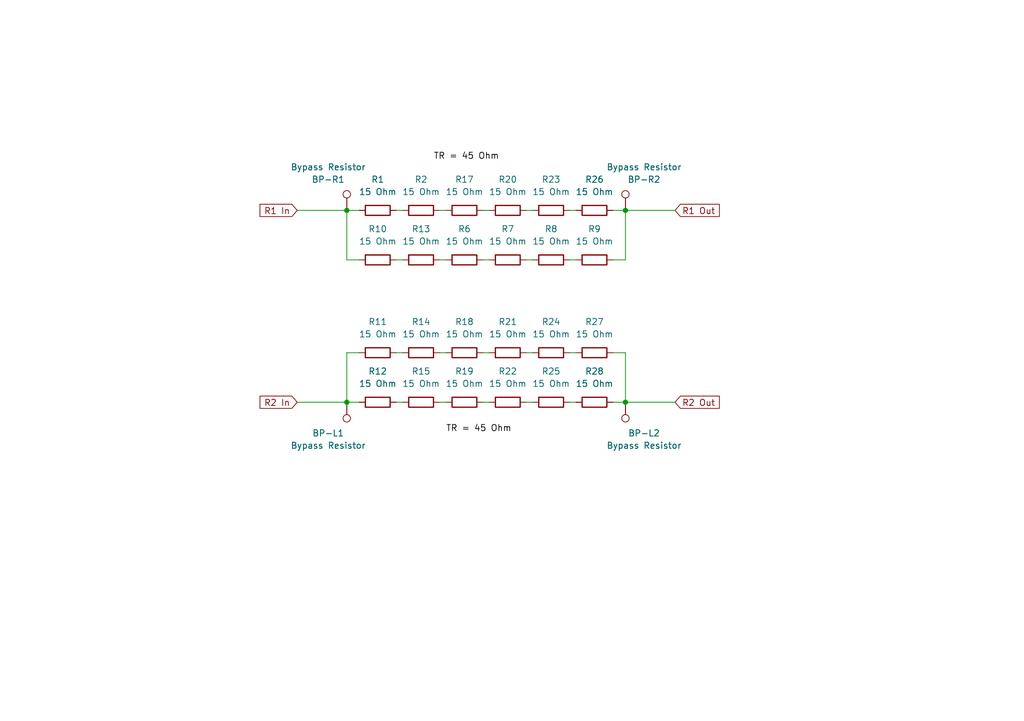
<source format=kicad_sch>
(kicad_sch (version 20211123) (generator eeschema)
  (paper "A5")
  (lib_symbols
    (symbol "Connector:TestPoint" (pin_numbers hide) (pin_names (offset 0.762) hide)
      (property "Reference" "TP" (at 0 6.858 0))
      (property "Value" "TestPoint" (at 0 5.08 0))
      (symbol "TestPoint_0_1"
        (circle (center 0 3.302) (radius 0.762))
      )
      (symbol "TestPoint_1_1"
        (pin passive line (at 0 0 90) (length 2.54) (name "1") (number "1"))
      )
    )
    (symbol "Device:R" (pin_numbers hide) (pin_names (offset 0))
      (property "Reference" "R" (at 2.032 0 90))
      (property "Value" "R" (at 0 0 90))
      (symbol "R_0_1"
        (rectangle (start -1.016 -2.54) (end 1.016 2.54) (stroke (width 0.254)))
      )
      (symbol "R_1_1"
        (pin passive line (at 0 3.81 270) (length 1.27) (name "~") (number "1"))
        (pin passive line (at 0 -3.81 90) (length 1.27) (name "~") (number "2"))
      )
    )
  )
  (junction (at 71.12 82.55))
  (junction (at 128.27 82.55))
  (junction (at 128.27 43.18))
  (junction (at 71.12 43.18))
  (wire (pts (xy 118.11 82.55) (xy 116.84 82.55)))
  (wire (pts (xy 82.55 53.34) (xy 81.28 53.34)))
  (wire (pts (xy 82.55 82.55) (xy 81.28 82.55)))
  (wire (pts (xy 109.22 53.34) (xy 107.95 53.34)))
  (wire (pts (xy 118.11 72.39) (xy 116.84 72.39)))
  (wire (pts (xy 91.44 53.34) (xy 90.17 53.34)))
  (wire (pts (xy 91.44 82.55) (xy 90.17 82.55)))
  (wire (pts (xy 128.27 43.18) (xy 138.43 43.18)))
  (wire (pts (xy 71.12 53.34) (xy 71.12 43.18)))
  (wire (pts (xy 125.73 82.55) (xy 128.27 82.55)))
  (wire (pts (xy 60.96 82.55) (xy 71.12 82.55)))
  (wire (pts (xy 100.33 43.18) (xy 99.06 43.18)))
  (wire (pts (xy 82.55 72.39) (xy 81.28 72.39)))
  (wire (pts (xy 125.73 72.39) (xy 128.27 72.39)))
  (wire (pts (xy 128.27 82.55) (xy 138.43 82.55)))
  (wire (pts (xy 71.12 53.34) (xy 73.66 53.34)))
  (wire (pts (xy 60.96 43.18) (xy 71.12 43.18)))
  (wire (pts (xy 128.27 43.18) (xy 128.27 53.34)))
  (wire (pts (xy 118.11 43.18) (xy 116.84 43.18)))
  (wire (pts (xy 71.12 82.55) (xy 73.66 82.55)))
  (wire (pts (xy 100.33 72.39) (xy 99.06 72.39)))
  (wire (pts (xy 109.22 82.55) (xy 107.95 82.55)))
  (wire (pts (xy 91.44 72.39) (xy 90.17 72.39)))
  (wire (pts (xy 71.12 72.39) (xy 73.66 72.39)))
  (wire (pts (xy 100.33 53.34) (xy 99.06 53.34)))
  (wire (pts (xy 82.55 43.18) (xy 81.28 43.18)))
  (wire (pts (xy 125.73 53.34) (xy 128.27 53.34)))
  (wire (pts (xy 91.44 43.18) (xy 90.17 43.18)))
  (wire (pts (xy 109.22 72.39) (xy 107.95 72.39)))
  (wire (pts (xy 125.73 43.18) (xy 128.27 43.18)))
  (wire (pts (xy 128.27 72.39) (xy 128.27 82.55)))
  (wire (pts (xy 109.22 43.18) (xy 107.95 43.18)))
  (wire (pts (xy 71.12 43.18) (xy 73.66 43.18)))
  (wire (pts (xy 71.12 72.39) (xy 71.12 82.55)))
  (wire (pts (xy 118.11 53.34) (xy 116.84 53.34)))
  (wire (pts (xy 100.33 82.55) (xy 99.06 82.55)))
  (label "TR = 45 Ohm" (at 91.44 88.9 0))
  (label "TR = 45 Ohm" (at 88.9 33.02 0))
  (global_label "R2 Out" (shape input) (at 138.43 82.55 0) (property "Intersheet References" "${INTERSHEET_REFS}" (effects hide)))
  (global_label "R2 In" (shape input) (at 60.96 82.55 180) (property "Intersheet References" "${INTERSHEET_REFS}" (effects hide)))
  (global_label "R1 In" (shape input) (at 60.96 43.18 180) (property "Intersheet References" "${INTERSHEET_REFS}" (effects hide)))
  (global_label "R1 Out" (shape input) (at 138.43 43.18 0) (property "Intersheet References" "${INTERSHEET_REFS}" (effects hide)))
  (symbol (lib_id "Device:R") (at 121.92 53.34 270) (mirror x) (unit 1)
    (property "Reference" "R9" (at 121.92 46.99 90))
    (property "Value" "15 Ohm" (at 121.92 49.53 90))
    (property "Footprint" "Resistor_SMD:R_2512_6332Metric_thermal_pad" (effects hide))
    (property "Datasheet" "https://au.mouser.com/ProductDetail/TE-Connectivity-Holsworthy/CRGP2512F15R?qs=sGAEpiMZZMvdGkrng054t7z4BkURc4LzCB7CIm%252BMB8ucuH%252ByTRA7TA%3D%3D" (effects hide))
    (property "MPN" "CRGP2512F15R" (effects hide))
  )
  (symbol (lib_id "Connector:TestPoint") (at 128.27 82.55 180) (unit 1)
    (property "Reference" "BP-L2" (at 132.08 88.9 0))
    (property "Value" "Bypass Resistor" (at 132.08 91.44 0))
    (property "Footprint" "TestPoint:TestPoint_Keystone_5000-5004_Miniature" (effects hide))
    (property "Datasheet" "https://au.mouser.com/ProductDetail/Keystone-Electronics/5002?qs=q0tsjPZWdm%2FAjghIXdPVXw%3D%3D" (effects hide))
    (property "MPN" "5002" (effects hide))
  )
  (symbol (lib_id "Device:R") (at 113.03 43.18 270) (mirror x) (unit 1)
    (property "Reference" "R23" (at 113.03 36.83 90))
    (property "Value" "15 Ohm" (at 113.03 39.37 90))
    (property "Footprint" "Resistor_SMD:R_2512_6332Metric_thermal_pad" (effects hide))
    (property "Datasheet" "https://au.mouser.com/ProductDetail/TE-Connectivity-Holsworthy/CRGP2512F15R?qs=sGAEpiMZZMvdGkrng054t7z4BkURc4LzCB7CIm%252BMB8ucuH%252ByTRA7TA%3D%3D" (effects hide))
    (property "MPN" "CRGP2512F15R" (effects hide))
  )
  (symbol (lib_id "Device:R") (at 121.92 82.55 270) (unit 1)
    (property "Reference" "R28" (at 121.92 76.2 90))
    (property "Value" "15 Ohm" (at 121.92 78.74 90))
    (property "Footprint" "Resistor_SMD:R_2512_6332Metric_thermal_pad" (effects hide))
    (property "Datasheet" "https://au.mouser.com/ProductDetail/TE-Connectivity-Holsworthy/CRGP2512F15R?qs=sGAEpiMZZMvdGkrng054t7z4BkURc4LzCB7CIm%252BMB8ucuH%252ByTRA7TA%3D%3D" (effects hide))
    (property "MPN" "CRGP2512F15R" (effects hide))
  )
  (symbol (lib_id "Device:R") (at 86.36 82.55 270) (unit 1)
    (property "Reference" "R15" (at 86.36 76.2 90))
    (property "Value" "15 Ohm" (at 86.36 78.74 90))
    (property "Footprint" "Resistor_SMD:R_2512_6332Metric_thermal_pad" (effects hide))
    (property "Datasheet" "https://au.mouser.com/ProductDetail/TE-Connectivity-Holsworthy/CRGP2512F15R?qs=sGAEpiMZZMvdGkrng054t7z4BkURc4LzCB7CIm%252BMB8ucuH%252ByTRA7TA%3D%3D" (effects hide))
    (property "MPN" "CRGP2512F15R" (effects hide))
  )
  (symbol (lib_id "Device:R") (at 95.25 43.18 270) (mirror x) (unit 1)
    (property "Reference" "R17" (at 95.25 36.83 90))
    (property "Value" "15 Ohm" (at 95.25 39.37 90))
    (property "Footprint" "Resistor_SMD:R_2512_6332Metric_thermal_pad" (effects hide))
    (property "Datasheet" "https://au.mouser.com/ProductDetail/TE-Connectivity-Holsworthy/CRGP2512F15R?qs=sGAEpiMZZMvdGkrng054t7z4BkURc4LzCB7CIm%252BMB8ucuH%252ByTRA7TA%3D%3D" (effects hide))
    (property "MPN" "CRGP2512F15R" (effects hide))
  )
  (symbol (lib_id "Device:R") (at 113.03 82.55 270) (unit 1)
    (property "Reference" "R25" (at 113.03 76.2 90))
    (property "Value" "15 Ohm" (at 113.03 78.74 90))
    (property "Footprint" "Resistor_SMD:R_2512_6332Metric_thermal_pad" (effects hide))
    (property "Datasheet" "https://au.mouser.com/ProductDetail/TE-Connectivity-Holsworthy/CRGP2512F15R?qs=sGAEpiMZZMvdGkrng054t7z4BkURc4LzCB7CIm%252BMB8ucuH%252ByTRA7TA%3D%3D" (effects hide))
    (property "MPN" "CRGP2512F15R" (effects hide))
  )
  (symbol (lib_id "Device:R") (at 104.14 53.34 270) (mirror x) (unit 1)
    (property "Reference" "R7" (at 104.14 46.99 90))
    (property "Value" "15 Ohm" (at 104.14 49.53 90))
    (property "Footprint" "Resistor_SMD:R_2512_6332Metric_thermal_pad" (effects hide))
    (property "Datasheet" "https://au.mouser.com/ProductDetail/TE-Connectivity-Holsworthy/CRGP2512F15R?qs=sGAEpiMZZMvdGkrng054t7z4BkURc4LzCB7CIm%252BMB8ucuH%252ByTRA7TA%3D%3D" (effects hide))
    (property "MPN" "CRGP2512F15R" (effects hide))
  )
  (symbol (lib_id "Device:R") (at 113.03 72.39 270) (unit 1)
    (property "Reference" "R24" (at 113.03 66.04 90))
    (property "Value" "15 Ohm" (at 113.03 68.58 90))
    (property "Footprint" "Resistor_SMD:R_2512_6332Metric_thermal_pad" (effects hide))
    (property "Datasheet" "https://au.mouser.com/ProductDetail/TE-Connectivity-Holsworthy/CRGP2512F15R?qs=sGAEpiMZZMvdGkrng054t7z4BkURc4LzCB7CIm%252BMB8ucuH%252ByTRA7TA%3D%3D" (effects hide))
    (property "MPN" "CRGP2512F15R" (effects hide))
  )
  (symbol (lib_id "Device:R") (at 77.47 72.39 270) (unit 1)
    (property "Reference" "R11" (at 77.47 66.04 90))
    (property "Value" "15 Ohm" (at 77.47 68.58 90))
    (property "Footprint" "Resistor_SMD:R_2512_6332Metric_thermal_pad" (effects hide))
    (property "Datasheet" "https://au.mouser.com/ProductDetail/TE-Connectivity-Holsworthy/CRGP2512F15R?qs=sGAEpiMZZMvdGkrng054t7z4BkURc4LzCB7CIm%252BMB8ucuH%252ByTRA7TA%3D%3D" (effects hide))
    (property "MPN" "CRGP2512F15R" (effects hide))
  )
  (symbol (lib_id "Device:R") (at 77.47 82.55 270) (unit 1)
    (property "Reference" "R12" (at 77.47 76.2 90))
    (property "Value" "15 Ohm" (at 77.47 78.74 90))
    (property "Footprint" "Resistor_SMD:R_2512_6332Metric_thermal_pad" (effects hide))
    (property "Datasheet" "https://au.mouser.com/ProductDetail/TE-Connectivity-Holsworthy/CRGP2512F15R?qs=sGAEpiMZZMvdGkrng054t7z4BkURc4LzCB7CIm%252BMB8ucuH%252ByTRA7TA%3D%3D" (effects hide))
    (property "MPN" "CRGP2512F15R" (effects hide))
  )
  (symbol (lib_id "Device:R") (at 104.14 72.39 270) (unit 1)
    (property "Reference" "R21" (at 104.14 66.04 90))
    (property "Value" "15 Ohm" (at 104.14 68.58 90))
    (property "Footprint" "Resistor_SMD:R_2512_6332Metric_thermal_pad" (effects hide))
    (property "Datasheet" "https://au.mouser.com/ProductDetail/TE-Connectivity-Holsworthy/CRGP2512F15R?qs=sGAEpiMZZMvdGkrng054t7z4BkURc4LzCB7CIm%252BMB8ucuH%252ByTRA7TA%3D%3D" (effects hide))
    (property "MPN" "CRGP2512F15R" (effects hide))
  )
  (symbol (lib_id "Connector:TestPoint") (at 128.27 43.18 0) (mirror y) (unit 1)
    (property "Reference" "BP-R2" (at 132.08 36.83 0))
    (property "Value" "Bypass Resistor" (at 132.08 34.29 0))
    (property "Footprint" "TestPoint:TestPoint_Keystone_5000-5004_Miniature" (effects hide))
    (property "Datasheet" "https://au.mouser.com/ProductDetail/Keystone-Electronics/5002?qs=q0tsjPZWdm%2FAjghIXdPVXw%3D%3D" (effects hide))
    (property "MPN" "5002" (effects hide))
  )
  (symbol (lib_id "Device:R") (at 95.25 72.39 270) (unit 1)
    (property "Reference" "R18" (at 95.25 66.04 90))
    (property "Value" "15 Ohm" (at 95.25 68.58 90))
    (property "Footprint" "Resistor_SMD:R_2512_6332Metric_thermal_pad" (effects hide))
    (property "Datasheet" "https://au.mouser.com/ProductDetail/TE-Connectivity-Holsworthy/CRGP2512F15R?qs=sGAEpiMZZMvdGkrng054t7z4BkURc4LzCB7CIm%252BMB8ucuH%252ByTRA7TA%3D%3D" (effects hide))
    (property "MPN" "CRGP2512F15R" (effects hide))
  )
  (symbol (lib_id "Device:R") (at 86.36 53.34 270) (mirror x) (unit 1)
    (property "Reference" "R13" (at 86.36 46.99 90))
    (property "Value" "15 Ohm" (at 86.36 49.53 90))
    (property "Footprint" "Resistor_SMD:R_2512_6332Metric_thermal_pad" (effects hide))
    (property "Datasheet" "https://au.mouser.com/ProductDetail/TE-Connectivity-Holsworthy/CRGP2512F15R?qs=sGAEpiMZZMvdGkrng054t7z4BkURc4LzCB7CIm%252BMB8ucuH%252ByTRA7TA%3D%3D" (effects hide))
    (property "MPN" "CRGP2512F15R" (effects hide))
  )
  (symbol (lib_id "Device:R") (at 86.36 72.39 270) (unit 1)
    (property "Reference" "R14" (at 86.36 66.04 90))
    (property "Value" "15 Ohm" (at 86.36 68.58 90))
    (property "Footprint" "Resistor_SMD:R_2512_6332Metric_thermal_pad" (effects hide))
    (property "Datasheet" "https://au.mouser.com/ProductDetail/TE-Connectivity-Holsworthy/CRGP2512F15R?qs=sGAEpiMZZMvdGkrng054t7z4BkURc4LzCB7CIm%252BMB8ucuH%252ByTRA7TA%3D%3D" (effects hide))
    (property "MPN" "CRGP2512F15R" (effects hide))
  )
  (symbol (lib_id "Device:R") (at 113.03 53.34 270) (mirror x) (unit 1)
    (property "Reference" "R8" (at 113.03 46.99 90))
    (property "Value" "15 Ohm" (at 113.03 49.53 90))
    (property "Footprint" "Resistor_SMD:R_2512_6332Metric_thermal_pad" (effects hide))
    (property "Datasheet" "https://au.mouser.com/ProductDetail/TE-Connectivity-Holsworthy/CRGP2512F15R?qs=sGAEpiMZZMvdGkrng054t7z4BkURc4LzCB7CIm%252BMB8ucuH%252ByTRA7TA%3D%3D" (effects hide))
    (property "MPN" "CRGP2512F15R" (effects hide))
  )
  (symbol (lib_id "Device:R") (at 104.14 43.18 270) (mirror x) (unit 1)
    (property "Reference" "R20" (at 104.14 36.83 90))
    (property "Value" "15 Ohm" (at 104.14 39.37 90))
    (property "Footprint" "Resistor_SMD:R_2512_6332Metric_thermal_pad" (effects hide))
    (property "Datasheet" "https://au.mouser.com/ProductDetail/TE-Connectivity-Holsworthy/CRGP2512F15R?qs=sGAEpiMZZMvdGkrng054t7z4BkURc4LzCB7CIm%252BMB8ucuH%252ByTRA7TA%3D%3D" (effects hide))
    (property "MPN" "CRGP2512F15R" (effects hide))
  )
  (symbol (lib_id "Device:R") (at 86.36 43.18 270) (mirror x) (unit 1)
    (property "Reference" "R2" (at 86.36 36.83 90))
    (property "Value" "15 Ohm" (at 86.36 39.37 90))
    (property "Footprint" "Resistor_SMD:R_2512_6332Metric_thermal_pad" (effects hide))
    (property "Datasheet" "https://au.mouser.com/ProductDetail/TE-Connectivity-Holsworthy/CRGP2512F15R?qs=sGAEpiMZZMvdGkrng054t7z4BkURc4LzCB7CIm%252BMB8ucuH%252ByTRA7TA%3D%3D" (effects hide))
    (property "MPN" "CRGP2512F15R" (effects hide))
  )
  (symbol (lib_id "Device:R") (at 121.92 72.39 270) (unit 1)
    (property "Reference" "R27" (at 121.92 66.04 90))
    (property "Value" "15 Ohm" (at 121.92 68.58 90))
    (property "Footprint" "Resistor_SMD:R_2512_6332Metric_thermal_pad" (effects hide))
    (property "Datasheet" "https://au.mouser.com/ProductDetail/TE-Connectivity-Holsworthy/CRGP2512F15R?qs=sGAEpiMZZMvdGkrng054t7z4BkURc4LzCB7CIm%252BMB8ucuH%252ByTRA7TA%3D%3D" (effects hide))
    (property "MPN" "CRGP2512F15R" (effects hide))
  )
  (symbol (lib_id "Device:R") (at 95.25 53.34 270) (mirror x) (unit 1)
    (property "Reference" "R6" (at 95.25 46.99 90))
    (property "Value" "15 Ohm" (at 95.25 49.53 90))
    (property "Footprint" "Resistor_SMD:R_2512_6332Metric_thermal_pad" (effects hide))
    (property "Datasheet" "https://au.mouser.com/ProductDetail/TE-Connectivity-Holsworthy/CRGP2512F15R?qs=sGAEpiMZZMvdGkrng054t7z4BkURc4LzCB7CIm%252BMB8ucuH%252ByTRA7TA%3D%3D" (effects hide))
    (property "MPN" "CRGP2512F15R" (effects hide))
  )
  (symbol (lib_id "Connector:TestPoint") (at 71.12 43.18 0) (unit 1)
    (property "Reference" "BP-R1" (at 67.31 36.83 0))
    (property "Value" "Bypass Resistor" (at 67.31 34.29 0))
    (property "Footprint" "TestPoint:TestPoint_Keystone_5000-5004_Miniature" (effects hide))
    (property "Datasheet" "https://au.mouser.com/ProductDetail/Keystone-Electronics/5002?qs=q0tsjPZWdm%2FAjghIXdPVXw%3D%3D" (effects hide))
    (property "MPN" "5002" (effects hide))
  )
  (symbol (lib_id "Connector:TestPoint") (at 71.12 82.55 0) (mirror x) (unit 1)
    (property "Reference" "BP-L1" (at 67.31 88.9 0))
    (property "Value" "Bypass Resistor" (at 67.31 91.44 0))
    (property "Footprint" "TestPoint:TestPoint_Keystone_5000-5004_Miniature" (effects hide))
    (property "Datasheet" "https://au.mouser.com/ProductDetail/Keystone-Electronics/5002?qs=q0tsjPZWdm%2FAjghIXdPVXw%3D%3D" (effects hide))
    (property "MPN" "5002" (effects hide))
  )
  (symbol (lib_id "Device:R") (at 77.47 43.18 270) (mirror x) (unit 1)
    (property "Reference" "R1" (at 77.47 36.83 90))
    (property "Value" "15 Ohm" (at 77.47 39.37 90))
    (property "Footprint" "Resistor_SMD:R_2512_6332Metric_thermal_pad" (effects hide))
    (property "Datasheet" "https://au.mouser.com/ProductDetail/TE-Connectivity-Holsworthy/CRGP2512F15R?qs=sGAEpiMZZMvdGkrng054t7z4BkURc4LzCB7CIm%252BMB8ucuH%252ByTRA7TA%3D%3D" (effects hide))
    (property "MPN" "CRGP2512F15R" (effects hide))
  )
  (symbol (lib_id "Device:R") (at 104.14 82.55 270) (unit 1)
    (property "Reference" "R22" (at 104.14 76.2 90))
    (property "Value" "15 Ohm" (at 104.14 78.74 90))
    (property "Footprint" "Resistor_SMD:R_2512_6332Metric_thermal_pad" (effects hide))
    (property "Datasheet" "https://au.mouser.com/ProductDetail/TE-Connectivity-Holsworthy/CRGP2512F15R?qs=sGAEpiMZZMvdGkrng054t7z4BkURc4LzCB7CIm%252BMB8ucuH%252ByTRA7TA%3D%3D" (effects hide))
    (property "MPN" "CRGP2512F15R" (effects hide))
  )
  (symbol (lib_id "Device:R") (at 77.47 53.34 270) (mirror x) (unit 1)
    (property "Reference" "R10" (at 77.47 46.99 90))
    (property "Value" "15 Ohm" (at 77.47 49.53 90))
    (property "Footprint" "Resistor_SMD:R_2512_6332Metric_thermal_pad" (effects hide))
    (property "Datasheet" "https://au.mouser.com/ProductDetail/TE-Connectivity-Holsworthy/CRGP2512F15R?qs=sGAEpiMZZMvdGkrng054t7z4BkURc4LzCB7CIm%252BMB8ucuH%252ByTRA7TA%3D%3D" (effects hide))
    (property "MPN" "CRGP2512F15R" (effects hide))
  )
  (symbol (lib_id "Device:R") (at 95.25 82.55 270) (unit 1)
    (property "Reference" "R19" (at 95.25 76.2 90))
    (property "Value" "15 Ohm" (at 95.25 78.74 90))
    (property "Footprint" "Resistor_SMD:R_2512_6332Metric_thermal_pad" (effects hide))
    (property "Datasheet" "https://au.mouser.com/ProductDetail/TE-Connectivity-Holsworthy/CRGP2512F15R?qs=sGAEpiMZZMvdGkrng054t7z4BkURc4LzCB7CIm%252BMB8ucuH%252ByTRA7TA%3D%3D" (effects hide))
    (property "MPN" "CRGP2512F15R" (effects hide))
  )
  (symbol (lib_id "Device:R") (at 121.92 43.18 270) (mirror x) (unit 1)
    (property "Reference" "R26" (at 121.92 36.83 90))
    (property "Value" "15 Ohm" (at 121.92 39.37 90))
    (property "Footprint" "Resistor_SMD:R_2512_6332Metric_thermal_pad" (effects hide))
    (property "Datasheet" "https://au.mouser.com/ProductDetail/TE-Connectivity-Holsworthy/CRGP2512F15R?qs=sGAEpiMZZMvdGkrng054t7z4BkURc4LzCB7CIm%252BMB8ucuH%252ByTRA7TA%3D%3D" (effects hide))
    (property "MPN" "CRGP2512F15R" (effects hide))
  )
)
</source>
